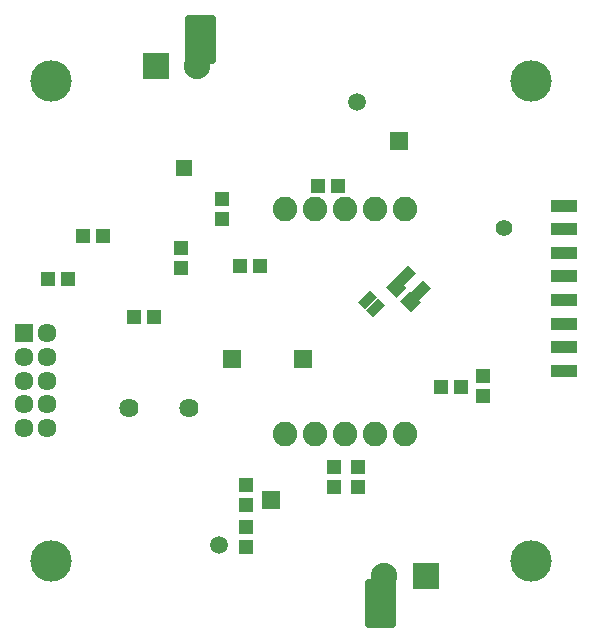
<source format=gbs>
G75*
G70*
%OFA0B0*%
%FSLAX24Y24*%
%IPPOS*%
%LPD*%
%AMOC8*
5,1,8,0,0,1.08239X$1,22.5*
%
%ADD10C,0.1380*%
%ADD11R,0.0880X0.0880*%
%ADD12C,0.0880*%
%ADD13R,0.0635X0.0635*%
%ADD14C,0.0635*%
%ADD15C,0.0256*%
%ADD16C,0.0640*%
%ADD17R,0.0513X0.0474*%
%ADD18R,0.0474X0.0513*%
%ADD19C,0.0820*%
%ADD20R,0.0907X0.0415*%
%ADD21R,0.0395X0.0552*%
%ADD22R,0.0330X0.0580*%
%ADD23R,0.0634X0.0634*%
%ADD24R,0.0556X0.0556*%
%ADD25R,0.0595X0.0595*%
%ADD26C,0.0595*%
%ADD27C,0.0556*%
D10*
X003617Y003858D03*
X003617Y019858D03*
X019617Y019858D03*
X019617Y003858D03*
D11*
X016117Y003358D03*
X007117Y020358D03*
D12*
X008494Y020358D03*
X014739Y003358D03*
D13*
X002717Y011458D03*
D14*
X002717Y010671D03*
X003504Y010671D03*
X003504Y011458D03*
X003504Y009884D03*
X003504Y009096D03*
X003504Y008309D03*
X002717Y008309D03*
X002717Y009096D03*
X002717Y009884D03*
D15*
X009001Y020579D02*
X009001Y021937D01*
X009001Y020579D02*
X008233Y020579D01*
X008233Y021937D01*
X009001Y021937D01*
X009001Y020834D02*
X008233Y020834D01*
X008233Y021089D02*
X009001Y021089D01*
X009001Y021344D02*
X008233Y021344D01*
X008233Y021599D02*
X009001Y021599D01*
X009001Y021854D02*
X008233Y021854D01*
X014233Y003137D02*
X014233Y001779D01*
X014233Y003137D02*
X015001Y003137D01*
X015001Y001779D01*
X014233Y001779D01*
X014233Y002034D02*
X015001Y002034D01*
X015001Y002289D02*
X014233Y002289D01*
X014233Y002544D02*
X015001Y002544D01*
X015001Y002799D02*
X014233Y002799D01*
X014233Y003054D02*
X015001Y003054D01*
D16*
X008217Y008958D03*
X006217Y008958D03*
D17*
X006382Y012008D03*
X007051Y012008D03*
X005351Y014708D03*
X004682Y014708D03*
X004201Y013258D03*
X003532Y013258D03*
X009932Y013708D03*
X010601Y013708D03*
X012532Y016358D03*
X013201Y016358D03*
G36*
X015117Y013343D02*
X015478Y012982D01*
X015143Y012647D01*
X014782Y013008D01*
X015117Y013343D01*
G37*
G36*
X015590Y012870D02*
X015951Y012509D01*
X015616Y012174D01*
X015255Y012535D01*
X015590Y012870D01*
G37*
X016632Y009658D03*
X017301Y009658D03*
D18*
X018017Y009374D03*
X018017Y010043D03*
X013867Y006993D03*
X013867Y006324D03*
X013067Y006324D03*
X013067Y006993D03*
X010117Y006393D03*
X010117Y005724D03*
X010117Y004993D03*
X010117Y004324D03*
X007967Y013624D03*
X007967Y014293D03*
X009317Y015274D03*
X009317Y015943D03*
D19*
X011417Y015608D03*
X012417Y015608D03*
X013417Y015608D03*
X014417Y015608D03*
X015417Y015608D03*
X015417Y008108D03*
X014417Y008108D03*
X013417Y008108D03*
X012417Y008108D03*
X011417Y008108D03*
D20*
X020717Y010208D03*
X020717Y010996D03*
X020717Y011783D03*
X020717Y012571D03*
X020717Y013358D03*
X020717Y014145D03*
X020717Y014933D03*
X020717Y015720D03*
D21*
G36*
X016022Y013242D02*
X016301Y012963D01*
X015912Y012574D01*
X015633Y012853D01*
X016022Y013242D01*
G37*
G36*
X015521Y013743D02*
X015800Y013464D01*
X015411Y013075D01*
X015132Y013354D01*
X015521Y013743D01*
G37*
D22*
G36*
X014354Y012012D02*
X014121Y012245D01*
X014530Y012654D01*
X014763Y012421D01*
X014354Y012012D01*
G37*
G36*
X014103Y012263D02*
X013870Y012496D01*
X014279Y012905D01*
X014512Y012672D01*
X014103Y012263D01*
G37*
D23*
X012017Y010608D03*
X010967Y005908D03*
X015217Y017858D03*
D24*
X008067Y016958D03*
D25*
X009667Y010608D03*
D26*
X009217Y004408D03*
X013817Y019158D03*
D27*
X018717Y014958D03*
M02*

</source>
